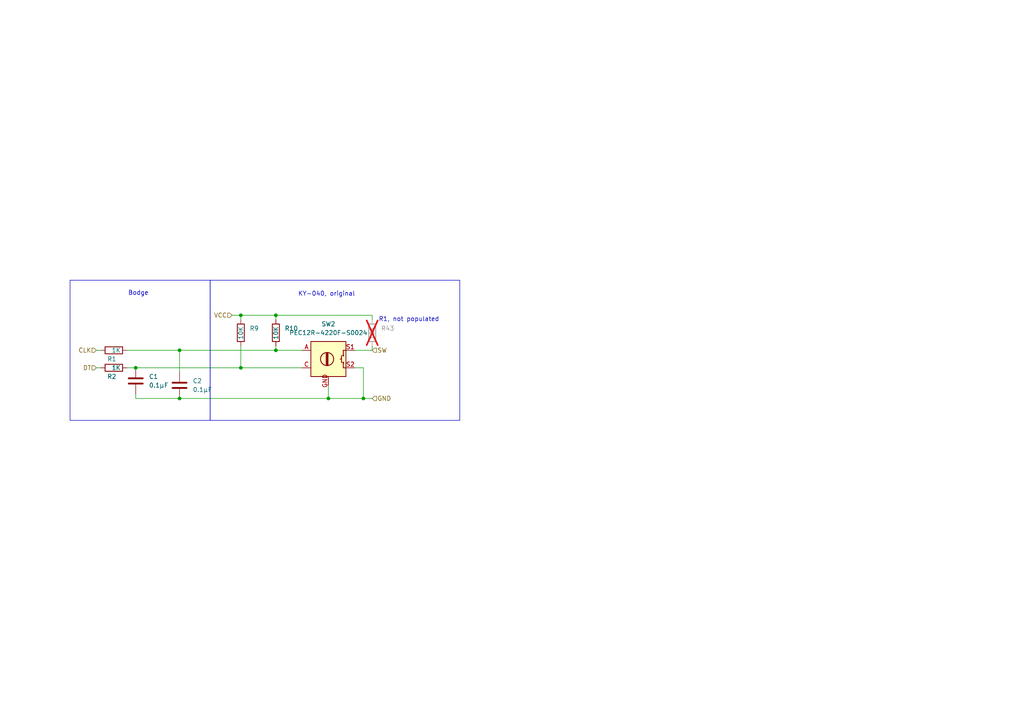
<source format=kicad_sch>
(kicad_sch (version 20250114) (generator "eeschema") (generator_version "9.0")
  (paper "A4")
  (lib_symbols
    (symbol "Device:C" (pin_numbers (hide yes)) (pin_names (offset 0.254))
      (property "Reference" "C" (at 0.635 2.54 0))
      (property "Value" "C" (at 0.635 -2.54 0))
      (symbol "C_0_1"
        (polyline (pts (xy -2.032 0.762) (xy 2.032 0.762)) (stroke (width 0.508)))
        (polyline (pts (xy -2.032 -0.762) (xy 2.032 -0.762)) (stroke (width 0.508)))
      )
      (symbol "C_1_1"
        (pin passive line (at 0 3.81 270) (length 2.794) (name "~") (number "1"))
        (pin passive line (at 0 -3.81 90) (length 2.794) (name "~") (number "2"))
      )
    )
    (symbol "Device:R" (pin_numbers (hide yes)) (pin_names (offset 0))
      (property "Reference" "R" (at 2.032 0 90))
      (property "Value" "R" (at 0 0 90))
      (symbol "R_0_1"
        (rectangle (start -1.016 -2.54) (end 1.016 2.54) (stroke (width 0.254)))
      )
      (symbol "R_1_1"
        (pin passive line (at 0 3.81 270) (length 1.27) (name "~") (number "1"))
        (pin passive line (at 0 -3.81 90) (length 1.27) (name "~") (number "2"))
      )
    )
    (symbol "Device:RotaryEncoder_Switch" (pin_names (offset 0.254) (hide yes))
      (property "Reference" "SW2" (at 0 10.16 0))
      (property "Value" "RotaryEncoder_Switch" (at 0 7.62 0))
      (symbol "RotaryEncoder_Switch_0_1"
        (rectangle (start -5.08 5.08) (end 5.08 -5.08) (stroke (width 0.254)) (fill (type background)))
        (polyline (pts (xy -0.635 -1.778) (xy -0.635 1.778)) (stroke (width 0.254)))
        (circle (center -0.381 0) (radius 1.905) (stroke (width 0.254)))
        (polyline (pts (xy -0.381 -1.778) (xy -0.381 1.778)) (stroke (width 0.254)))
        (polyline (pts (xy -0.127 1.778) (xy -0.127 -1.778)) (stroke (width 0.254)))
        (polyline (pts (xy 3.81 1.016) (xy 3.81 -1.016)) (stroke (width 0.254)))
        (polyline (pts (xy 3.81 0) (xy 3.429 0)) (stroke (width 0.254)))
        (circle (center 4.318 1.016) (radius 0.127) (stroke (width 0.254)))
        (circle (center 4.318 -1.016) (radius 0.127) (stroke (width 0.254)))
        (polyline (pts (xy 5.08 2.54) (xy 4.318 2.54) (xy 4.318 1.016)) (stroke (width 0.254)))
        (polyline (pts (xy 5.08 -2.54) (xy 4.318 -2.54) (xy 4.318 -1.016)) (stroke (width 0.254)))
      )
      (symbol "RotaryEncoder_Switch_1_1"
        (pin passive line (at -7.62 2.54 0) (length 2.54) (name "A") (number "A"))
        (pin passive line (at -7.62 -2.54 0) (length 2.54) (name "C") (number "C"))
        (pin power_in line (at 0 -7.62 90) (length 2.54) (name "GND") (number "GND"))
        (pin passive line (at 7.62 2.54 180) (length 2.54) (name "S1") (number "S1"))
        (pin passive line (at 7.62 -2.54 180) (length 2.54) (name "S2") (number "S2"))
      )
    )
  )
  (rectangle (start 20.32 81.28) (end 60.96 121.92))
  (rectangle (start 60.96 81.28) (end 133.35 121.92))
  (text "R1, not populated\n" (at 118.618 92.71 0) (effects (font (size 1.27 1.27))))
  (text "Bodge" (at 40.132 85.09 0) (effects (font (size 1.27 1.27))))
  (text "KY-040, original" (at 94.742 85.344 0) (effects (font (size 1.27 1.27))))
  (junction (at 39.37 106.68))
  (junction (at 95.25 115.57))
  (junction (at 105.41 115.57))
  (junction (at 52.07 115.57))
  (junction (at 69.85 91.44))
  (junction (at 52.07 101.6))
  (junction (at 80.01 91.44))
  (junction (at 80.01 101.6))
  (junction (at 69.85 106.68))
  (wire (pts (xy 69.85 91.44) (xy 69.85 92.71)))
  (wire (pts (xy 107.95 101.6) (xy 107.95 100.33)))
  (wire (pts (xy 52.07 101.6) (xy 52.07 107.95)))
  (wire (pts (xy 36.83 101.6) (xy 52.07 101.6)))
  (wire (pts (xy 69.85 91.44) (xy 67.31 91.44)))
  (wire (pts (xy 36.83 106.68) (xy 39.37 106.68)))
  (wire (pts (xy 80.01 91.44) (xy 107.95 91.44)))
  (wire (pts (xy 52.07 115.57) (xy 95.25 115.57)))
  (wire (pts (xy 107.95 91.44) (xy 107.95 92.71)))
  (wire (pts (xy 80.01 91.44) (xy 69.85 91.44)))
  (wire (pts (xy 39.37 115.57) (xy 52.07 115.57)))
  (wire (pts (xy 69.85 100.33) (xy 69.85 106.68)))
  (wire (pts (xy 69.85 106.68) (xy 87.63 106.68)))
  (wire (pts (xy 80.01 92.71) (xy 80.01 91.44)))
  (wire (pts (xy 102.87 101.6) (xy 107.95 101.6)))
  (wire (pts (xy 27.94 101.6) (xy 29.21 101.6)))
  (wire (pts (xy 105.41 106.68) (xy 102.87 106.68)))
  (wire (pts (xy 95.25 111.76) (xy 95.25 115.57)))
  (wire (pts (xy 95.25 115.57) (xy 105.41 115.57)))
  (wire (pts (xy 39.37 114.3) (xy 39.37 115.57)))
  (wire (pts (xy 105.41 115.57) (xy 107.95 115.57)))
  (wire (pts (xy 52.07 101.6) (xy 80.01 101.6)))
  (wire (pts (xy 39.37 106.68) (xy 69.85 106.68)))
  (wire (pts (xy 27.94 106.68) (xy 29.21 106.68)))
  (wire (pts (xy 105.41 106.68) (xy 105.41 115.57)))
  (wire (pts (xy 80.01 101.6) (xy 87.63 101.6)))
  (wire (pts (xy 80.01 100.33) (xy 80.01 101.6)))
  (hierarchical_label "CLK" (shape input) (at 27.94 101.6 180))
  (hierarchical_label "VCC" (shape input) (at 67.31 91.44 180))
  (hierarchical_label "GND" (shape input) (at 107.95 115.57 0))
  (hierarchical_label "DT" (shape input) (at 27.94 106.68 180))
  (hierarchical_label "SW" (shape input) (at 107.95 101.6 0))
  (symbol (lib_id "Device:R") (at 80.01 96.52 0) (unit 1)
    (property "Reference" "R10" (at 82.55 95.2499 0) (effects (justify left)))
    (property "Value" "10K" (at 80.01 98.552 90) (effects (justify left)))
    (property "Description" "Resistor" (effects (hide yes)))
  )
  (symbol (lib_id "Device:R") (at 69.85 96.52 0) (unit 1)
    (property "Reference" "R9" (at 72.39 95.2499 0) (effects (justify left)))
    (property "Value" "10K" (at 69.85 98.552 90) (effects (justify left)))
    (property "Description" "Resistor" (effects (hide yes)))
  )
  (symbol (lib_id "Device:C") (at 39.37 110.49 0) (unit 1)
    (property "Reference" "C1" (at 43.18 109.2199 0) (effects (justify left)))
    (property "Value" "0.1μF" (at 43.18 111.7599 0) (effects (justify left)))
    (property "Description" "Unpolarized capacitor" (effects (hide yes)))
  )
  (symbol (lib_id "Device:RotaryEncoder_Switch") (at 95.25 104.14 0) (unit 1)
    (property "Reference" "SW2" (at 95.25 93.98 0))
    (property "Value" "PEC12R-4220F-S0024" (at 95.25 96.52 0))
    (property "Datasheet" "https://www.bourns.com/docs/Product-Datasheets/PEC12R.pdf" (effects (hide yes)))
    (property "Description" "Rotary encoder, dual channel, incremental quadrate outputs, with switch" (effects (hide yes)))
    (property "dk" "https://www.digikey.com/en/products/detail/bourns-inc/PEC12R-4220F-S0024/4499653" (effects (hide yes)))
  )
  (symbol (lib_id "Device:R") (at 33.02 106.68 90) (unit 1)
    (property "Reference" "R2" (at 33.782 109.22 90) (effects (justify left)))
    (property "Value" "1K" (at 35.052 106.68 90) (effects (justify left)))
    (property "Description" "Resistor" (effects (hide yes)))
  )
  (symbol (lib_id "Device:C") (at 52.07 111.76 0) (unit 1)
    (property "Reference" "C2" (at 55.88 110.4899 0) (effects (justify left)))
    (property "Value" "0.1μF" (at 55.88 113.0299 0) (effects (justify left)))
    (property "Description" "Unpolarized capacitor" (effects (hide yes)))
  )
  (symbol (lib_id "Device:R") (at 107.95 96.52 0) (unit 1) (exclude_from_sim yes) (in_bom no) (dnp yes)
    (property "Reference" "R43" (at 110.49 95.2499 0) (effects (justify left)))
    (property "Value" "10K" (at 107.95 98.552 90) (effects (justify left)))
    (property "Description" "Resistor" (effects (hide yes)))
  )
  (symbol (lib_id "Device:R") (at 33.02 101.6 90) (unit 1)
    (property "Reference" "R1" (at 33.782 104.14 90) (effects (justify left)))
    (property "Value" "1K" (at 35.052 101.6 90) (effects (justify left)))
    (property "Description" "Resistor" (effects (hide yes)))
  )
)
</source>
